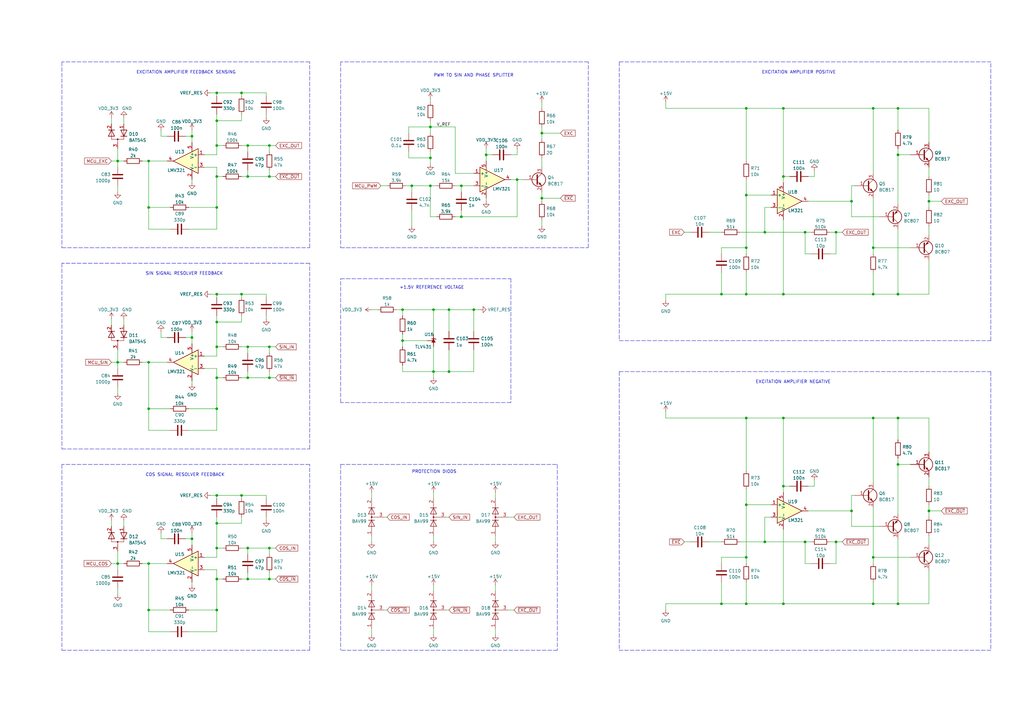
<source format=kicad_sch>
(kicad_sch (version 20211123) (generator eeschema)
  (paper "A3")
  (junction (at 78.74 55.88))
  (junction (at 306.07 247.65))
  (junction (at 99.06 38.1))
  (junction (at 222.25 81.28))
  (junction (at 60.96 167.64))
  (junction (at 88.9 250.19))
  (junction (at 189.23 88.9))
  (junction (at 165.1 139.7))
  (junction (at 212.09 73.66))
  (junction (at 306.07 228.6))
  (junction (at 330.2 95.25))
  (junction (at 321.31 171.45))
  (junction (at 321.31 120.65))
  (junction (at 313.69 222.25))
  (junction (at 368.3 44.45))
  (junction (at 342.9 95.25))
  (junction (at 358.14 247.65))
  (junction (at 358.14 44.45))
  (junction (at 199.39 63.5))
  (junction (at 295.91 247.65))
  (junction (at 368.3 247.65))
  (junction (at 60.96 85.09))
  (junction (at 368.3 190.5))
  (junction (at 101.6 224.79))
  (junction (at 306.07 171.45))
  (junction (at 110.49 154.94))
  (junction (at 306.07 120.65))
  (junction (at 306.07 80.01))
  (junction (at 78.74 138.43))
  (junction (at 165.1 127))
  (junction (at 176.53 52.07))
  (junction (at 110.49 72.39))
  (junction (at 110.49 237.49))
  (junction (at 321.31 199.39))
  (junction (at 88.9 203.2))
  (junction (at 184.15 127))
  (junction (at 101.6 72.39))
  (junction (at 60.96 148.59))
  (junction (at 381 82.55))
  (junction (at 313.69 95.25))
  (junction (at 368.3 63.5))
  (junction (at 48.26 66.04))
  (junction (at 194.31 127))
  (junction (at 358.14 228.6))
  (junction (at 110.49 59.69))
  (junction (at 78.74 220.98))
  (junction (at 60.96 250.19))
  (junction (at 358.14 101.6))
  (junction (at 321.31 44.45))
  (junction (at 184.15 152.4))
  (junction (at 88.9 154.94))
  (junction (at 48.26 231.14))
  (junction (at 99.06 203.2))
  (junction (at 358.14 120.65))
  (junction (at 110.49 224.79))
  (junction (at 306.07 44.45))
  (junction (at 168.91 76.2))
  (junction (at 88.9 167.64))
  (junction (at 60.96 231.14))
  (junction (at 101.6 237.49))
  (junction (at 88.9 224.79))
  (junction (at 99.06 120.65))
  (junction (at 176.53 64.77))
  (junction (at 368.3 120.65))
  (junction (at 88.9 59.69))
  (junction (at 358.14 171.45))
  (junction (at 342.9 222.25))
  (junction (at 321.31 247.65))
  (junction (at 88.9 237.49))
  (junction (at 349.25 82.55))
  (junction (at 88.9 72.39))
  (junction (at 176.53 76.2))
  (junction (at 48.26 148.59))
  (junction (at 110.49 142.24))
  (junction (at 189.23 76.2))
  (junction (at 177.8 127))
  (junction (at 349.25 209.55))
  (junction (at 88.9 214.63))
  (junction (at 88.9 132.08))
  (junction (at 88.9 38.1))
  (junction (at 306.07 207.01))
  (junction (at 381 209.55))
  (junction (at 368.3 171.45))
  (junction (at 88.9 142.24))
  (junction (at 101.6 154.94))
  (junction (at 177.8 152.4))
  (junction (at 101.6 142.24))
  (junction (at 88.9 49.53))
  (junction (at 88.9 85.09))
  (junction (at 306.07 101.6))
  (junction (at 101.6 59.69))
  (junction (at 330.2 222.25))
  (junction (at 295.91 120.65))
  (junction (at 321.31 72.39))
  (junction (at 88.9 120.65))
  (junction (at 60.96 66.04))
  (junction (at 222.25 54.61))
  (wire (pts (xy 177.8 152.4) (xy 177.8 154.94)))
  (wire (pts (xy 88.9 120.65) (xy 99.06 120.65)))
  (wire (pts (xy 176.53 88.9) (xy 179.07 88.9)))
  (wire (pts (xy 60.96 93.98) (xy 60.96 85.09)))
  (polyline (pts (xy 127 25.4) (xy 25.4 25.4)))
  (wire (pts (xy 273.05 120.65) (xy 295.91 120.65)))
  (wire (pts (xy 321.31 44.45) (xy 321.31 72.39)))
  (wire (pts (xy 381 233.68) (xy 381 247.65)))
  (wire (pts (xy 306.07 44.45) (xy 306.07 66.04)))
  (wire (pts (xy 165.1 127) (xy 165.1 129.54)))
  (wire (pts (xy 113.03 59.69) (xy 110.49 59.69)))
  (wire (pts (xy 101.6 142.24) (xy 110.49 142.24)))
  (wire (pts (xy 48.26 60.96) (xy 48.26 66.04)))
  (wire (pts (xy 212.09 73.66) (xy 209.55 73.66)))
  (wire (pts (xy 101.6 59.69) (xy 101.6 62.23)))
  (wire (pts (xy 358.14 44.45) (xy 368.3 44.45)))
  (wire (pts (xy 66.04 55.88) (xy 68.58 55.88)))
  (wire (pts (xy 165.1 149.86) (xy 165.1 152.4)))
  (wire (pts (xy 280.67 95.25) (xy 283.21 95.25)))
  (wire (pts (xy 381 219.71) (xy 381 223.52)))
  (wire (pts (xy 176.53 88.9) (xy 176.53 76.2)))
  (polyline (pts (xy 254 139.7) (xy 406.4 139.7)))
  (polyline (pts (xy 139.7 114.3) (xy 209.55 114.3)))
  (wire (pts (xy 83.82 63.5) (xy 88.9 63.5)))
  (wire (pts (xy 60.96 250.19) (xy 60.96 231.14)))
  (wire (pts (xy 101.6 72.39) (xy 110.49 72.39)))
  (wire (pts (xy 342.9 104.14) (xy 342.9 95.25)))
  (wire (pts (xy 168.91 76.2) (xy 168.91 78.74)))
  (wire (pts (xy 330.2 104.14) (xy 332.74 104.14)))
  (wire (pts (xy 69.85 176.53) (xy 60.96 176.53)))
  (wire (pts (xy 110.49 59.69) (xy 110.49 62.23)))
  (wire (pts (xy 177.8 127) (xy 177.8 137.16)))
  (polyline (pts (xy 228.6 266.7) (xy 139.7 266.7)))
  (wire (pts (xy 306.07 207.01) (xy 306.07 228.6)))
  (wire (pts (xy 91.44 72.39) (xy 88.9 72.39)))
  (wire (pts (xy 78.74 238.76) (xy 78.74 240.03)))
  (wire (pts (xy 358.14 228.6) (xy 358.14 231.14)))
  (wire (pts (xy 88.9 49.53) (xy 88.9 59.69)))
  (wire (pts (xy 165.1 139.7) (xy 175.26 139.7)))
  (wire (pts (xy 88.9 132.08) (xy 88.9 142.24)))
  (wire (pts (xy 194.31 152.4) (xy 184.15 152.4)))
  (wire (pts (xy 78.74 55.88) (xy 76.2 55.88)))
  (wire (pts (xy 88.9 46.99) (xy 88.9 49.53)))
  (wire (pts (xy 199.39 66.04) (xy 199.39 63.5)))
  (wire (pts (xy 184.15 152.4) (xy 177.8 152.4)))
  (wire (pts (xy 186.69 76.2) (xy 189.23 76.2)))
  (wire (pts (xy 88.9 214.63) (xy 99.06 214.63)))
  (wire (pts (xy 99.06 142.24) (xy 101.6 142.24)))
  (wire (pts (xy 88.9 93.98) (xy 88.9 85.09)))
  (wire (pts (xy 334.01 72.39) (xy 331.47 72.39)))
  (wire (pts (xy 321.31 44.45) (xy 358.14 44.45)))
  (wire (pts (xy 77.47 259.08) (xy 88.9 259.08)))
  (wire (pts (xy 66.04 53.34) (xy 66.04 55.88)))
  (wire (pts (xy 222.25 52.07) (xy 222.25 54.61)))
  (wire (pts (xy 222.25 54.61) (xy 229.87 54.61)))
  (wire (pts (xy 331.47 82.55) (xy 349.25 82.55)))
  (wire (pts (xy 222.25 81.28) (xy 229.87 81.28)))
  (wire (pts (xy 99.06 212.09) (xy 99.06 214.63)))
  (wire (pts (xy 349.25 203.2) (xy 349.25 209.55)))
  (wire (pts (xy 273.05 247.65) (xy 273.05 250.19)))
  (wire (pts (xy 88.9 63.5) (xy 88.9 59.69)))
  (wire (pts (xy 113.03 142.24) (xy 110.49 142.24)))
  (wire (pts (xy 331.47 209.55) (xy 349.25 209.55)))
  (wire (pts (xy 358.14 171.45) (xy 368.3 171.45)))
  (wire (pts (xy 99.06 72.39) (xy 101.6 72.39)))
  (wire (pts (xy 368.3 171.45) (xy 381 171.45)))
  (polyline (pts (xy 254 152.4) (xy 254 266.7)))
  (wire (pts (xy 86.36 120.65) (xy 88.9 120.65)))
  (wire (pts (xy 186.69 71.12) (xy 194.31 71.12)))
  (wire (pts (xy 88.9 59.69) (xy 91.44 59.69)))
  (wire (pts (xy 342.9 95.25) (xy 345.44 95.25)))
  (wire (pts (xy 162.56 127) (xy 165.1 127)))
  (wire (pts (xy 78.74 53.34) (xy 78.74 55.88)))
  (wire (pts (xy 290.83 222.25) (xy 295.91 222.25)))
  (wire (pts (xy 101.6 142.24) (xy 101.6 144.78)))
  (wire (pts (xy 78.74 73.66) (xy 78.74 74.93)))
  (wire (pts (xy 189.23 76.2) (xy 194.31 76.2)))
  (wire (pts (xy 45.72 213.36) (xy 45.72 215.9)))
  (wire (pts (xy 189.23 88.9) (xy 186.69 88.9)))
  (wire (pts (xy 330.2 95.25) (xy 332.74 95.25)))
  (wire (pts (xy 86.36 203.2) (xy 88.9 203.2)))
  (polyline (pts (xy 139.7 101.6) (xy 241.3 101.6)))
  (wire (pts (xy 48.26 143.51) (xy 48.26 148.59)))
  (polyline (pts (xy 127 107.95) (xy 25.4 107.95)))
  (wire (pts (xy 176.53 76.2) (xy 179.07 76.2)))
  (wire (pts (xy 78.74 156.21) (xy 78.74 157.48)))
  (wire (pts (xy 157.48 212.09) (xy 158.75 212.09)))
  (polyline (pts (xy 139.7 190.5) (xy 139.7 266.7)))
  (wire (pts (xy 66.04 218.44) (xy 66.04 220.98)))
  (wire (pts (xy 77.47 85.09) (xy 88.9 85.09)))
  (polyline (pts (xy 254 25.4) (xy 254 139.7)))
  (wire (pts (xy 109.22 129.54) (xy 109.22 130.81)))
  (wire (pts (xy 88.9 132.08) (xy 99.06 132.08)))
  (wire (pts (xy 152.4 127) (xy 154.94 127)))
  (wire (pts (xy 360.68 215.9) (xy 349.25 215.9)))
  (wire (pts (xy 99.06 59.69) (xy 101.6 59.69)))
  (wire (pts (xy 313.69 212.09) (xy 313.69 222.25)))
  (wire (pts (xy 321.31 171.45) (xy 358.14 171.45)))
  (wire (pts (xy 199.39 63.5) (xy 201.93 63.5)))
  (wire (pts (xy 176.53 52.07) (xy 186.69 52.07)))
  (wire (pts (xy 48.26 148.59) (xy 45.72 148.59)))
  (wire (pts (xy 77.47 93.98) (xy 88.9 93.98)))
  (polyline (pts (xy 406.4 266.7) (xy 254 266.7)))
  (wire (pts (xy 222.25 64.77) (xy 222.25 68.58)))
  (polyline (pts (xy 25.4 25.4) (xy 25.4 101.6)))
  (wire (pts (xy 330.2 231.14) (xy 332.74 231.14)))
  (wire (pts (xy 303.53 222.25) (xy 313.69 222.25)))
  (wire (pts (xy 48.26 241.3) (xy 48.26 243.84)))
  (wire (pts (xy 152.4 240.03) (xy 152.4 242.57)))
  (wire (pts (xy 334.01 199.39) (xy 331.47 199.39)))
  (wire (pts (xy 66.04 138.43) (xy 68.58 138.43)))
  (wire (pts (xy 381 106.68) (xy 381 120.65)))
  (wire (pts (xy 69.85 259.08) (xy 60.96 259.08)))
  (wire (pts (xy 165.1 152.4) (xy 177.8 152.4)))
  (wire (pts (xy 194.31 127) (xy 194.31 135.89)))
  (wire (pts (xy 50.8 148.59) (xy 48.26 148.59)))
  (wire (pts (xy 86.36 38.1) (xy 88.9 38.1)))
  (wire (pts (xy 88.9 250.19) (xy 88.9 237.49)))
  (wire (pts (xy 152.4 257.81) (xy 152.4 260.35)))
  (wire (pts (xy 83.82 146.05) (xy 88.9 146.05)))
  (wire (pts (xy 330.2 222.25) (xy 332.74 222.25)))
  (wire (pts (xy 358.14 101.6) (xy 358.14 104.14)))
  (wire (pts (xy 184.15 127) (xy 194.31 127)))
  (wire (pts (xy 88.9 167.64) (xy 88.9 154.94)))
  (wire (pts (xy 60.96 66.04) (xy 68.58 66.04)))
  (wire (pts (xy 306.07 80.01) (xy 306.07 101.6)))
  (wire (pts (xy 368.3 171.45) (xy 368.3 180.34)))
  (wire (pts (xy 50.8 130.81) (xy 50.8 133.35)))
  (polyline (pts (xy 139.7 165.1) (xy 139.7 114.3)))
  (wire (pts (xy 222.25 78.74) (xy 222.25 81.28)))
  (wire (pts (xy 222.25 54.61) (xy 222.25 57.15)))
  (wire (pts (xy 321.31 217.17) (xy 321.31 247.65)))
  (wire (pts (xy 349.25 76.2) (xy 349.25 82.55)))
  (wire (pts (xy 321.31 171.45) (xy 321.31 199.39)))
  (wire (pts (xy 167.64 62.23) (xy 167.64 64.77)))
  (wire (pts (xy 203.2 219.71) (xy 203.2 222.25)))
  (wire (pts (xy 381 80.01) (xy 381 82.55)))
  (wire (pts (xy 60.96 259.08) (xy 60.96 250.19)))
  (wire (pts (xy 69.85 85.09) (xy 60.96 85.09)))
  (wire (pts (xy 88.9 214.63) (xy 88.9 224.79)))
  (wire (pts (xy 381 44.45) (xy 381 58.42)))
  (wire (pts (xy 66.04 220.98) (xy 68.58 220.98)))
  (wire (pts (xy 48.26 158.75) (xy 48.26 161.29)))
  (wire (pts (xy 358.14 111.76) (xy 358.14 120.65)))
  (wire (pts (xy 88.9 85.09) (xy 88.9 72.39)))
  (wire (pts (xy 177.8 142.24) (xy 177.8 152.4)))
  (wire (pts (xy 295.91 120.65) (xy 306.07 120.65)))
  (wire (pts (xy 88.9 142.24) (xy 91.44 142.24)))
  (wire (pts (xy 101.6 224.79) (xy 110.49 224.79)))
  (wire (pts (xy 222.25 41.91) (xy 222.25 44.45)))
  (wire (pts (xy 313.69 222.25) (xy 330.2 222.25)))
  (polyline (pts (xy 406.4 152.4) (xy 406.4 266.7)))
  (wire (pts (xy 381 195.58) (xy 381 199.39)))
  (wire (pts (xy 330.2 222.25) (xy 330.2 231.14)))
  (wire (pts (xy 48.26 76.2) (xy 48.26 78.74)))
  (wire (pts (xy 60.96 167.64) (xy 60.96 148.59)))
  (wire (pts (xy 88.9 49.53) (xy 99.06 49.53)))
  (wire (pts (xy 48.26 148.59) (xy 48.26 151.13)))
  (wire (pts (xy 109.22 212.09) (xy 109.22 213.36)))
  (wire (pts (xy 349.25 203.2) (xy 350.52 203.2)))
  (wire (pts (xy 152.4 201.93) (xy 152.4 204.47)))
  (wire (pts (xy 303.53 95.25) (xy 313.69 95.25)))
  (wire (pts (xy 368.3 247.65) (xy 381 247.65)))
  (wire (pts (xy 78.74 223.52) (xy 78.74 220.98)))
  (wire (pts (xy 176.53 64.77) (xy 176.53 62.23)))
  (wire (pts (xy 340.36 104.14) (xy 342.9 104.14)))
  (polyline (pts (xy 25.4 190.5) (xy 25.4 266.7)))
  (wire (pts (xy 110.49 234.95) (xy 110.49 237.49)))
  (wire (pts (xy 381 207.01) (xy 381 209.55)))
  (polyline (pts (xy 209.55 165.1) (xy 139.7 165.1)))
  (wire (pts (xy 66.04 135.89) (xy 66.04 138.43)))
  (wire (pts (xy 109.22 120.65) (xy 99.06 120.65)))
  (wire (pts (xy 88.9 129.54) (xy 88.9 132.08)))
  (wire (pts (xy 167.64 64.77) (xy 176.53 64.77)))
  (wire (pts (xy 88.9 176.53) (xy 88.9 167.64)))
  (wire (pts (xy 88.9 68.58) (xy 83.82 68.58)))
  (wire (pts (xy 110.49 69.85) (xy 110.49 72.39)))
  (wire (pts (xy 349.25 76.2) (xy 350.52 76.2)))
  (wire (pts (xy 306.07 207.01) (xy 316.23 207.01)))
  (wire (pts (xy 358.14 44.45) (xy 358.14 71.12)))
  (wire (pts (xy 321.31 90.17) (xy 321.31 120.65)))
  (polyline (pts (xy 139.7 190.5) (xy 228.6 190.5)))
  (wire (pts (xy 342.9 222.25) (xy 345.44 222.25)))
  (wire (pts (xy 77.47 250.19) (xy 88.9 250.19)))
  (wire (pts (xy 368.3 44.45) (xy 381 44.45)))
  (wire (pts (xy 358.14 120.65) (xy 368.3 120.65)))
  (wire (pts (xy 176.53 52.07) (xy 176.53 54.61)))
  (wire (pts (xy 316.23 212.09) (xy 313.69 212.09)))
  (wire (pts (xy 186.69 52.07) (xy 186.69 71.12)))
  (wire (pts (xy 321.31 72.39) (xy 321.31 74.93)))
  (wire (pts (xy 212.09 73.66) (xy 214.63 73.66)))
  (wire (pts (xy 50.8 213.36) (xy 50.8 215.9)))
  (wire (pts (xy 177.8 201.93) (xy 177.8 204.47)))
  (wire (pts (xy 313.69 95.25) (xy 330.2 95.25)))
  (wire (pts (xy 88.9 146.05) (xy 88.9 142.24)))
  (wire (pts (xy 109.22 46.99) (xy 109.22 48.26)))
  (wire (pts (xy 109.22 203.2) (xy 99.06 203.2)))
  (wire (pts (xy 349.25 209.55) (xy 349.25 215.9)))
  (wire (pts (xy 295.91 228.6) (xy 306.07 228.6)))
  (wire (pts (xy 177.8 127) (xy 184.15 127)))
  (wire (pts (xy 45.72 48.26) (xy 45.72 50.8)))
  (wire (pts (xy 330.2 95.25) (xy 330.2 104.14)))
  (wire (pts (xy 177.8 257.81) (xy 177.8 260.35)))
  (wire (pts (xy 368.3 190.5) (xy 368.3 210.82)))
  (wire (pts (xy 199.39 81.28) (xy 199.39 82.55)))
  (wire (pts (xy 358.14 228.6) (xy 373.38 228.6)))
  (wire (pts (xy 99.06 129.54) (xy 99.06 132.08)))
  (polyline (pts (xy 406.4 139.7) (xy 406.4 25.4)))
  (wire (pts (xy 306.07 228.6) (xy 306.07 231.14)))
  (wire (pts (xy 208.28 212.09) (xy 210.82 212.09)))
  (wire (pts (xy 368.3 120.65) (xy 381 120.65)))
  (wire (pts (xy 101.6 237.49) (xy 110.49 237.49)))
  (polyline (pts (xy 25.4 101.6) (xy 127 101.6)))
  (wire (pts (xy 83.82 228.6) (xy 88.9 228.6)))
  (wire (pts (xy 189.23 86.36) (xy 189.23 88.9)))
  (wire (pts (xy 176.53 67.31) (xy 176.53 64.77)))
  (wire (pts (xy 368.3 53.34) (xy 368.3 44.45)))
  (wire (pts (xy 50.8 231.14) (xy 48.26 231.14)))
  (wire (pts (xy 321.31 247.65) (xy 358.14 247.65)))
  (wire (pts (xy 165.1 137.16) (xy 165.1 139.7)))
  (wire (pts (xy 368.3 63.5) (xy 368.3 83.82)))
  (wire (pts (xy 165.1 139.7) (xy 165.1 142.24)))
  (wire (pts (xy 208.28 250.19) (xy 210.82 250.19)))
  (wire (pts (xy 194.31 143.51) (xy 194.31 152.4)))
  (wire (pts (xy 99.06 224.79) (xy 101.6 224.79)))
  (wire (pts (xy 306.07 111.76) (xy 306.07 120.65)))
  (wire (pts (xy 45.72 130.81) (xy 45.72 133.35)))
  (wire (pts (xy 189.23 88.9) (xy 212.09 88.9)))
  (wire (pts (xy 368.3 187.96) (xy 368.3 190.5)))
  (wire (pts (xy 381 171.45) (xy 381 185.42)))
  (wire (pts (xy 184.15 127) (xy 184.15 135.89)))
  (wire (pts (xy 77.47 167.64) (xy 88.9 167.64)))
  (wire (pts (xy 110.49 224.79) (xy 110.49 227.33)))
  (wire (pts (xy 50.8 48.26) (xy 50.8 50.8)))
  (wire (pts (xy 69.85 250.19) (xy 60.96 250.19)))
  (wire (pts (xy 88.9 259.08) (xy 88.9 250.19)))
  (wire (pts (xy 340.36 95.25) (xy 342.9 95.25)))
  (wire (pts (xy 167.64 54.61) (xy 167.64 52.07)))
  (wire (pts (xy 222.25 81.28) (xy 222.25 82.55)))
  (wire (pts (xy 358.14 247.65) (xy 368.3 247.65)))
  (wire (pts (xy 313.69 85.09) (xy 313.69 95.25)))
  (wire (pts (xy 101.6 152.4) (xy 101.6 154.94)))
  (wire (pts (xy 165.1 127) (xy 177.8 127)))
  (wire (pts (xy 48.26 231.14) (xy 48.26 233.68)))
  (wire (pts (xy 368.3 190.5) (xy 373.38 190.5)))
  (wire (pts (xy 60.96 231.14) (xy 68.58 231.14)))
  (wire (pts (xy 78.74 220.98) (xy 76.2 220.98)))
  (wire (pts (xy 340.36 222.25) (xy 342.9 222.25)))
  (wire (pts (xy 101.6 224.79) (xy 101.6 227.33)))
  (wire (pts (xy 273.05 120.65) (xy 273.05 123.19)))
  (wire (pts (xy 368.3 93.98) (xy 368.3 120.65)))
  (wire (pts (xy 306.07 80.01) (xy 316.23 80.01)))
  (wire (pts (xy 69.85 167.64) (xy 60.96 167.64)))
  (wire (pts (xy 60.96 66.04) (xy 58.42 66.04)))
  (wire (pts (xy 88.9 39.37) (xy 88.9 38.1)))
  (wire (pts (xy 50.8 66.04) (xy 48.26 66.04)))
  (wire (pts (xy 273.05 171.45) (xy 306.07 171.45)))
  (wire (pts (xy 60.96 85.09) (xy 60.96 66.04)))
  (wire (pts (xy 349.25 82.55) (xy 349.25 88.9)))
  (wire (pts (xy 166.37 76.2) (xy 168.91 76.2)))
  (wire (pts (xy 177.8 219.71) (xy 177.8 222.25)))
  (polyline (pts (xy 139.7 25.4) (xy 139.7 101.6)))
  (wire (pts (xy 273.05 168.91) (xy 273.05 171.45)))
  (wire (pts (xy 101.6 59.69) (xy 110.49 59.69)))
  (wire (pts (xy 358.14 208.28) (xy 358.14 228.6)))
  (wire (pts (xy 99.06 38.1) (xy 99.06 39.37)))
  (wire (pts (xy 295.91 238.76) (xy 295.91 247.65)))
  (wire (pts (xy 109.22 38.1) (xy 99.06 38.1)))
  (wire (pts (xy 88.9 237.49) (xy 88.9 233.68)))
  (wire (pts (xy 113.03 224.79) (xy 110.49 224.79)))
  (wire (pts (xy 334.01 196.85) (xy 334.01 199.39)))
  (wire (pts (xy 306.07 73.66) (xy 306.07 80.01)))
  (wire (pts (xy 358.14 101.6) (xy 373.38 101.6)))
  (wire (pts (xy 199.39 60.96) (xy 199.39 63.5)))
  (polyline (pts (xy 127 190.5) (xy 25.4 190.5)))
  (wire (pts (xy 306.07 200.66) (xy 306.07 207.01)))
  (wire (pts (xy 101.6 69.85) (xy 101.6 72.39)))
  (wire (pts (xy 176.53 40.64) (xy 176.53 41.91)))
  (wire (pts (xy 295.91 231.14) (xy 295.91 228.6)))
  (wire (pts (xy 212.09 63.5) (xy 209.55 63.5)))
  (wire (pts (xy 110.49 142.24) (xy 110.49 144.78)))
  (polyline (pts (xy 228.6 190.5) (xy 228.6 266.7)))
  (wire (pts (xy 273.05 247.65) (xy 295.91 247.65)))
  (wire (pts (xy 295.91 101.6) (xy 306.07 101.6)))
  (wire (pts (xy 295.91 111.76) (xy 295.91 120.65)))
  (polyline (pts (xy 254 152.4) (xy 406.4 152.4)))
  (wire (pts (xy 60.96 148.59) (xy 58.42 148.59)))
  (wire (pts (xy 358.14 81.28) (xy 358.14 101.6)))
  (polyline (pts (xy 241.3 101.6) (xy 241.3 25.4)))
  (wire (pts (xy 321.31 120.65) (xy 358.14 120.65)))
  (wire (pts (xy 101.6 234.95) (xy 101.6 237.49)))
  (wire (pts (xy 99.06 203.2) (xy 99.06 204.47)))
  (wire (pts (xy 184.15 143.51) (xy 184.15 152.4)))
  (wire (pts (xy 113.03 72.39) (xy 110.49 72.39)))
  (wire (pts (xy 176.53 52.07) (xy 176.53 49.53)))
  (wire (pts (xy 88.9 233.68) (xy 83.82 233.68)))
  (wire (pts (xy 273.05 41.91) (xy 273.05 44.45)))
  (wire (pts (xy 60.96 148.59) (xy 68.58 148.59)))
  (wire (pts (xy 381 82.55) (xy 381 85.09)))
  (wire (pts (xy 99.06 237.49) (xy 101.6 237.49)))
  (wire (pts (xy 360.68 88.9) (xy 349.25 88.9)))
  (wire (pts (xy 48.26 231.14) (xy 45.72 231.14)))
  (polyline (pts (xy 127 101.6) (xy 127 25.4)))
  (wire (pts (xy 381 82.55) (xy 386.08 82.55)))
  (wire (pts (xy 69.85 93.98) (xy 60.96 93.98)))
  (wire (pts (xy 91.44 154.94) (xy 88.9 154.94)))
  (wire (pts (xy 60.96 176.53) (xy 60.96 167.64)))
  (wire (pts (xy 182.88 250.19) (xy 184.15 250.19)))
  (wire (pts (xy 295.91 247.65) (xy 306.07 247.65)))
  (wire (pts (xy 182.88 212.09) (xy 184.15 212.09)))
  (wire (pts (xy 316.23 85.09) (xy 313.69 85.09)))
  (wire (pts (xy 78.74 140.97) (xy 78.74 138.43)))
  (wire (pts (xy 152.4 219.71) (xy 152.4 222.25)))
  (wire (pts (xy 212.09 60.96) (xy 212.09 63.5)))
  (wire (pts (xy 113.03 154.94) (xy 110.49 154.94)))
  (wire (pts (xy 290.83 95.25) (xy 295.91 95.25)))
  (wire (pts (xy 381 68.58) (xy 381 72.39)))
  (wire (pts (xy 203.2 257.81) (xy 203.2 260.35)))
  (wire (pts (xy 88.9 154.94) (xy 88.9 151.13)))
  (wire (pts (xy 99.06 120.65) (xy 99.06 121.92)))
  (wire (pts (xy 306.07 101.6) (xy 306.07 104.14)))
  (polyline (pts (xy 241.3 25.4) (xy 139.7 25.4)))
  (wire (pts (xy 88.9 228.6) (xy 88.9 224.79)))
  (wire (pts (xy 88.9 224.79) (xy 91.44 224.79)))
  (polyline (pts (xy 25.4 266.7) (xy 127 266.7)))
  (wire (pts (xy 109.22 39.37) (xy 109.22 38.1)))
  (polyline (pts (xy 254 25.4) (xy 406.4 25.4)))
  (wire (pts (xy 306.07 44.45) (xy 321.31 44.45)))
  (wire (pts (xy 48.26 66.04) (xy 48.26 68.58)))
  (wire (pts (xy 358.14 171.45) (xy 358.14 198.12)))
  (polyline (pts (xy 127 266.7) (xy 127 190.5)))
  (wire (pts (xy 109.22 204.47) (xy 109.22 203.2)))
  (wire (pts (xy 177.8 240.03) (xy 177.8 242.57)))
  (wire (pts (xy 88.9 212.09) (xy 88.9 214.63)))
  (wire (pts (xy 168.91 86.36) (xy 168.91 92.71)))
  (wire (pts (xy 334.01 69.85) (xy 334.01 72.39)))
  (polyline (pts (xy 25.4 184.15) (xy 127 184.15)))
  (wire (pts (xy 78.74 58.42) (xy 78.74 55.88)))
  (polyline (pts (xy 127 184.15) (xy 127 107.95)))
  (wire (pts (xy 295.91 104.14) (xy 295.91 101.6)))
  (wire (pts (xy 110.49 152.4) (xy 110.49 154.94)))
  (wire (pts (xy 368.3 220.98) (xy 368.3 247.65)))
  (wire (pts (xy 381 92.71) (xy 381 96.52)))
  (wire (pts (xy 88.9 204.47) (xy 88.9 203.2)))
  (wire (pts (xy 78.74 138.43) (xy 76.2 138.43)))
  (wire (pts (xy 88.9 72.39) (xy 88.9 68.58)))
  (wire (pts (xy 99.06 154.94) (xy 101.6 154.94)))
  (wire (pts (xy 273.05 44.45) (xy 306.07 44.45)))
  (wire (pts (xy 321.31 199.39) (xy 323.85 199.39)))
  (wire (pts (xy 368.3 60.96) (xy 368.3 63.5)))
  (wire (pts (xy 368.3 63.5) (xy 373.38 63.5)))
  (wire (pts (xy 60.96 231.14) (xy 58.42 231.14)))
  (wire (pts (xy 109.22 121.92) (xy 109.22 120.65)))
  (wire (pts (xy 358.14 238.76) (xy 358.14 247.65)))
  (wire (pts (xy 342.9 231.14) (xy 342.9 222.25)))
  (wire (pts (xy 78.74 135.89) (xy 78.74 138.43)))
  (wire (pts (xy 156.21 76.2) (xy 158.75 76.2)))
  (wire (pts (xy 88.9 203.2) (xy 99.06 203.2)))
  (wire (pts (xy 306.07 238.76) (xy 306.07 247.65)))
  (wire (pts (xy 88.9 121.92) (xy 88.9 120.65)))
  (wire (pts (xy 222.25 90.17) (xy 222.25 92.71)))
  (wire (pts (xy 88.9 151.13) (xy 83.82 151.13)))
  (wire (pts (xy 168.91 76.2) (xy 176.53 76.2)))
  (wire (pts (xy 78.74 218.44) (xy 78.74 220.98)))
  (polyline (pts (xy 25.4 107.95) (xy 25.4 184.15)))
  (wire (pts (xy 91.44 237.49) (xy 88.9 237.49)))
  (polyline (pts (xy 209.55 114.3) (xy 209.55 165.1)))
  (wire (pts (xy 167.64 52.07) (xy 176.53 52.07)))
  (wire (pts (xy 99.06 46.99) (xy 99.06 49.53)))
  (wire (pts (xy 212.09 88.9) (xy 212.09 73.66)))
  (wire (pts (xy 280.67 222.25) (xy 283.21 222.25)))
  (wire (pts (xy 306.07 193.04) (xy 306.07 171.45)))
  (wire (pts (xy 77.47 176.53) (xy 88.9 176.53)))
  (wire (pts (xy 48.26 66.04) (xy 45.72 66.04)))
  (wire (pts (xy 321.31 72.39) (xy 323.85 72.39)))
  (wire (pts (xy 340.36 231.14) (xy 342.9 231.14)))
  (wire (pts (xy 189.23 76.2) (xy 189.23 78.74)))
  (wire (pts (xy 194.31 127) (xy 196.85 127)))
  (wire (pts (xy 306.07 247.65) (xy 321.31 247.65)))
  (wire (pts (xy 203.2 240.03) (xy 203.2 242.57)))
  (wire (pts (xy 157.48 250.19) (xy 158.75 250.19)))
  (wire (pts (xy 381 209.55) (xy 381 212.09)))
  (wire (pts (xy 88.9 38.1) (xy 99.06 38.1)))
  (wire (pts (xy 306.07 120.65) (xy 321.31 120.65)))
  (wire (pts (xy 306.07 171.45) (xy 321.31 171.45)))
  (wire (pts (xy 203.2 201.93) (xy 203.2 204.47)))
  (wire (pts (xy 101.6 154.94) (xy 110.49 154.94)))
  (wire (pts (xy 113.03 237.49) (xy 110.49 237.49)))
  (wire (pts (xy 48.26 226.06) (xy 48.26 231.14)))
  (wire (pts (xy 381 209.55) (xy 386.08 209.55)))
  (wire (pts (xy 321.31 199.39) (xy 321.31 201.93)))
  (text "+1.5V REFERENCE VOLTAGE\n" (at 163.83 118.745 0) (effects (font (size 1.27 1.27)) (justify left bottom)))
  (text "EXCITATION AMPLIFIER POSITIVE" (at 312.42 30.48 0) (effects (font (size 1.27 1.27)) (justify left bottom)))
  (text "COS SIGNAL RESOLVER FEEDBACK" (at 59.69 195.58 0) (effects (font (size 1.27 1.27)) (justify left bottom)))
  (text "EXCITATION AMPLIFIER FEEDBACK SENSING" (at 55.88 30.48 0) (effects (font (size 1.27 1.27)) (justify left bottom)))
  (text "SIN SIGNAL RESOLVER FEEDBACK" (at 59.69 113.03 0) (effects (font (size 1.27 1.27)) (justify left bottom)))
  (text "EXCITATION AMPLIFIER NEGATIVE" (at 309.88 157.48 0) (effects (font (size 1.27 1.27)) (justify left bottom)))
  (text "PROTECTION DIODS" (at 168.91 194.31 0) (effects (font (size 1.27 1.27)) (justify left bottom)))
  (text "PWM TO SIN AND PHASE SPLITTER" (at 177.8 31.75 0) (effects (font (size 1.27 1.27)) (justify left bottom)))
  (label "V_REF" (at 179.07 52.07 0))
  (global_label "COS_IN" (shape input) (at 113.03 224.79 0) (property "Intersheet References" "${INTERSHEET_REFS}" (effects hide)))
  (global_label "MCU_EXC" (shape input) (at 45.72 66.04 180) (property "Intersheet References" "${INTERSHEET_REFS}" (effects hide)))
  (global_label "MCU_SIN" (shape input) (at 45.72 148.59 180) (property "Intersheet References" "${INTERSHEET_REFS}" (effects hide)))
  (global_label "~{EXC_OUT}" (shape input) (at 210.82 250.19 0) (property "Intersheet References" "${INTERSHEET_REFS}" (effects hide)))
  (global_label "~{EXC_OUT}" (shape input) (at 345.44 222.25 0) (property "Intersheet References" "${INTERSHEET_REFS}" (effects hide)))
  (global_label "EXC_OUT" (shape input) (at 386.08 82.55 0) (property "Intersheet References" "${INTERSHEET_REFS}" (effects hide)))
  (global_label "~{SIN_IN}" (shape input) (at 113.03 154.94 0) (property "Intersheet References" "${INTERSHEET_REFS}" (effects hide)))
  (global_label "EXC_OUT" (shape input) (at 345.44 95.25 0) (property "Intersheet References" "${INTERSHEET_REFS}" (effects hide)))
  (global_label "~{EXC}" (shape input) (at 229.87 81.28 0) (property "Intersheet References" "${INTERSHEET_REFS}" (effects hide)))
  (global_label "~{SIN_IN}" (shape input) (at 184.15 250.19 0) (property "Intersheet References" "${INTERSHEET_REFS}" (effects hide)))
  (global_label "SIN_IN" (shape input) (at 113.03 142.24 0) (property "Intersheet References" "${INTERSHEET_REFS}" (effects hide)))
  (global_label "EXC_OUT" (shape input) (at 210.82 212.09 0) (property "Intersheet References" "${INTERSHEET_REFS}" (effects hide)))
  (global_label "MCU_COS" (shape input) (at 45.72 231.14 180) (property "Intersheet References" "${INTERSHEET_REFS}" (effects hide)))
  (global_label "COS_IN" (shape input) (at 158.75 212.09 0) (property "Intersheet References" "${INTERSHEET_REFS}" (effects hide)))
  (global_label "MCU_PWM" (shape input) (at 156.21 76.2 180) (property "Intersheet References" "${INTERSHEET_REFS}" (effects hide)))
  (global_label "SIN_IN" (shape input) (at 184.15 212.09 0) (property "Intersheet References" "${INTERSHEET_REFS}" (effects hide)))
  (global_label "~{COS_IN}" (shape input) (at 113.03 237.49 0) (property "Intersheet References" "${INTERSHEET_REFS}" (effects hide)))
  (global_label "EXC" (shape input) (at 229.87 54.61 0) (property "Intersheet References" "${INTERSHEET_REFS}" (effects hide)))
  (global_label "~{EXC_OUT}" (shape input) (at 386.08 209.55 0) (property "Intersheet References" "${INTERSHEET_REFS}" (effects hide)))
  (global_label "~{COS_IN}" (shape input) (at 158.75 250.19 0) (property "Intersheet References" "${INTERSHEET_REFS}" (effects hide)))
  (global_label "EXC_OUT" (shape input) (at 113.03 59.69 0) (property "Intersheet References" "${INTERSHEET_REFS}" (effects hide)))
  (global_label "~{EXC}" (shape input) (at 280.67 222.25 180) (property "Intersheet References" "${INTERSHEET_REFS}" (effects hide)))
  (global_label "~{EXC_OUT}" (shape input) (at 113.03 72.39 0) (property "Intersheet References" "${INTERSHEET_REFS}" (effects hide)))
  (global_label "EXC" (shape input) (at 280.67 95.25 180) (property "Intersheet References" "${INTERSHEET_REFS}" (effects hide)))
  (symbol (lib_id "Device:C") (at 48.26 72.39 0) (mirror x) (unit 1)
    (property "Reference" "C83" (at 45.3391 71.5553 0) (effects (justify right)))
    (property "Value" "1000p" (at 45.3391 74.0922 0) (effects (justify right)))
    (property "Footprint" "Capacitor_SMD:C_0603_1608Metric" (effects hide))
  )
  (symbol (lib_id "Device:C") (at 72.39 55.88 270) (mirror x) (unit 1)
    (property "Reference" "C86" (at 72.39 50.0212 90))
    (property "Value" "100n" (at 72.39 52.5581 90))
    (property "Footprint" "Capacitor_SMD:C_0603_1608Metric" (effects hide))
  )
  (symbol (lib_id "Device:R") (at 54.61 66.04 270) (mirror x) (unit 1)
    (property "Reference" "R40" (at 54.61 61.3242 90))
    (property "Value" "2k" (at 54.61 63.8611 90))
    (property "Footprint" "Resistor_SMD:R_0603_1608Metric" (effects hide))
  )
  (symbol (lib_id "power:GND") (at 273.05 123.19 0) (unit 1)
    (property "Reference" "#PWR0137" (effects hide))
    (property "Value" "GND" (at 273.05 127.6334 0))
  )
  (symbol (lib_id "Device:C") (at 336.55 104.14 90) (unit 1)
    (property "Reference" "C113" (at 336.55 98.2812 90))
    (property "Value" "10p" (at 336.55 100.8181 90))
    (property "Footprint" "Capacitor_SMD:C_0603_1608Metric" (effects hide))
  )
  (symbol (lib_id "Device:C") (at 167.64 58.42 0) (mirror y) (unit 1)
    (property "Reference" "C101" (at 162.56 57.15 0))
    (property "Value" "0.1u" (at 162.56 59.69 0))
    (property "Footprint" "Capacitor_SMD:C_0603_1608Metric" (effects hide))
  )
  (symbol (lib_id "Device:C") (at 101.6 66.04 0) (unit 1)
    (property "Reference" "C95" (at 104.521 65.2053 0) (effects (justify left)))
    (property "Value" "47p" (at 104.521 67.7422 0) (effects (justify left)))
    (property "Footprint" "Capacitor_SMD:C_0603_1608Metric" (effects hide))
  )
  (symbol (lib_id "Device:R") (at 306.07 196.85 0) (unit 1)
    (property "Reference" "R73" (at 307.848 196.0153 0) (effects (justify left)))
    (property "Value" "10k" (at 307.848 198.5522 0) (effects (justify left)))
    (property "Footprint" "Resistor_SMD:R_0603_1608Metric" (effects hide))
  )
  (symbol (lib_id "Device:R") (at 54.61 231.14 270) (mirror x) (unit 1)
    (property "Reference" "R42" (at 54.61 226.4242 90))
    (property "Value" "2k" (at 54.61 228.9611 90))
    (property "Footprint" "Resistor_SMD:R_0603_1608Metric" (effects hide))
  )
  (symbol (lib_id "Device:C") (at 88.9 43.18 0) (unit 1)
    (property "Reference" "C92" (at 91.44 41.91 0) (effects (justify left)))
    (property "Value" "330p" (at 91.44 44.45 0) (effects (justify left)))
    (property "Footprint" "Capacitor_SMD:C_0603_1608Metric" (effects hide))
  )
  (symbol (lib_id "Device:R") (at 110.49 66.04 0) (unit 1)
    (property "Reference" "R55" (at 112.268 65.2053 0) (effects (justify left)))
    (property "Value" "47k" (at 112.268 67.7422 0) (effects (justify left)))
    (property "Footprint" "Resistor_SMD:R_0603_1608Metric" (effects hide))
  )
  (symbol (lib_id "Device:R") (at 110.49 148.59 0) (unit 1)
    (property "Reference" "R56" (at 112.268 147.7553 0) (effects (justify left)))
    (property "Value" "47k" (at 112.268 150.2922 0) (effects (justify left)))
    (property "Footprint" "Resistor_SMD:R_0603_1608Metric" (effects hide))
  )
  (symbol (lib_id "Device:R") (at 95.25 224.79 270) (mirror x) (unit 1)
    (property "Reference" "R50" (at 95.25 220.0742 90))
    (property "Value" "10k" (at 95.25 222.6111 90))
    (property "Footprint" "Resistor_SMD:R_0603_1608Metric" (effects hide))
  )
  (symbol (lib_id "Device:D_Dual_Series_AKC_Parallel") (at 48.26 138.43 90) (unit 1)
    (property "Reference" "D11" (at 52.832 137.5318 90) (effects (justify right)))
    (property "Value" "BAT54S" (at 52.832 140.0687 90) (effects (justify right)))
    (property "Footprint" "Package_TO_SOT_SMD:SOT-23" (effects hide))
  )
  (symbol (lib_id "power:+15V") (at 273.05 168.91 0) (unit 1)
    (property "Reference" "#PWR0138" (effects hide))
    (property "Value" "+15V" (at 273.05 165.3342 0))
  )
  (symbol (lib_id "power:GND") (at 222.25 92.71 0) (unit 1)
    (property "Reference" "#PWR0135" (effects hide))
    (property "Value" "GND" (at 222.25 97.1534 0))
  )
  (symbol (lib_id "Project_Library:VDD_3V3") (at 199.39 60.96 0) (unit 1)
    (property "Reference" "#PWR0127" (effects hide))
    (property "Value" "VDD_3V3" (at 199.39 57.3842 0))
  )
  (symbol (lib_id "Device:C") (at 327.66 72.39 90) (unit 1)
    (property "Reference" "C111" (at 327.66 66.5312 90))
    (property "Value" "100n" (at 327.66 69.0681 90))
    (property "Footprint" "Capacitor_SMD:C_0603_1608Metric" (effects hide))
  )
  (symbol (lib_id "Device:R") (at 306.07 69.85 0) (unit 1)
    (property "Reference" "R71" (at 307.848 69.0153 0) (effects (justify left)))
    (property "Value" "10k" (at 307.848 71.5522 0) (effects (justify left)))
    (property "Footprint" "Resistor_SMD:R_0603_1608Metric" (effects hide))
  )
  (symbol (lib_id "power:GND") (at 78.74 74.93 0) (mirror y) (unit 1)
    (property "Reference" "#PWR0102" (effects hide))
    (property "Value" "GND" (at 78.74 79.3734 0))
  )
  (symbol (lib_id "power:GND") (at 334.01 69.85 180) (unit 1)
    (property "Reference" "#PWR0140" (effects hide))
    (property "Value" "GND" (at 334.01 66.2742 0))
  )
  (symbol (lib_id "Diode:BAV99") (at 203.2 212.09 90) (unit 1)
    (property "Reference" "D17" (at 201.1934 211.2553 90) (effects (justify left)))
    (property "Value" "BAV99" (at 201.1934 213.7922 90) (effects (justify left)))
    (property "Footprint" "Package_TO_SOT_SMD:SOT-23" (effects hide))
    (property "Datasheet" "https://assets.nexperia.com/documents/data-sheet/BAV99_SER.pdf" (effects hide))
  )
  (symbol (lib_id "Device:C") (at 168.91 82.55 0) (unit 1)
    (property "Reference" "C102" (at 171.831 81.7153 0) (effects (justify left)))
    (property "Value" "4.7n" (at 171.831 84.2522 0) (effects (justify left)))
    (property "Footprint" "Capacitor_SMD:C_0603_1608Metric" (effects hide))
  )
  (symbol (lib_id "power:GND") (at 168.91 92.71 0) (unit 1)
    (property "Reference" "#PWR0118" (effects hide))
    (property "Value" "GND" (at 168.91 97.1534 0))
  )
  (symbol (lib_id "power:+15V") (at 203.2 201.93 0) (unit 1)
    (property "Reference" "#PWR0129" (effects hide))
    (property "Value" "+15V" (at 203.2 198.3542 0))
  )
  (symbol (lib_id "Device:R") (at 95.25 59.69 270) (mirror x) (unit 1)
    (property "Reference" "R46" (at 95.25 54.9742 90))
    (property "Value" "100k" (at 95.25 57.5111 90))
    (property "Footprint" "Resistor_SMD:R_0603_1608Metric" (effects hide))
  )
  (symbol (lib_id "Device:C") (at 73.66 93.98 90) (unit 1)
    (property "Reference" "C89" (at 73.66 87.63 90))
    (property "Value" "330p" (at 73.66 90.17 90))
    (property "Footprint" "Capacitor_SMD:C_0603_1608Metric" (effects hide))
  )
  (symbol (lib_id "Device:R") (at 306.07 107.95 0) (unit 1)
    (property "Reference" "R72" (at 307.848 107.1153 0) (effects (justify left)))
    (property "Value" "10k" (at 307.848 109.6522 0) (effects (justify left)))
    (property "Footprint" "Resistor_SMD:R_0603_1608Metric" (effects hide))
  )
  (symbol (lib_id "Amplifier_Operational:LMV321") (at 201.93 73.66 0) (unit 1)
    (property "Reference" "U17" (at 204.47 69.85 0))
    (property "Value" "LMV321" (at 205.74 77.47 0))
    (property "Footprint" "Package_TO_SOT_SMD:SOT-23-5" (effects hide))
    (property "Datasheet" "http://www.ti.com/lit/ds/symlink/lmv324.pdf" (effects hide))
  )
  (symbol (lib_id "Project_Library:VDD_3V3") (at 152.4 127 90) (unit 1)
    (property "Reference" "#PWR0113" (effects hide))
    (property "Value" "VDD_3V3" (at 148.59 127 90) (effects (justify left)))
  )
  (symbol (lib_id "Diode:BAV99") (at 177.8 250.19 90) (unit 1)
    (property "Reference" "D16" (at 175.7934 249.3553 90) (effects (justify left)))
    (property "Value" "BAV99" (at 175.7934 251.8922 90) (effects (justify left)))
    (property "Footprint" "Package_TO_SOT_SMD:SOT-23" (effects hide))
    (property "Datasheet" "https://assets.nexperia.com/documents/data-sheet/BAV99_SER.pdf" (effects hide))
  )
  (symbol (lib_id "power:GND") (at 203.2 222.25 0) (unit 1)
    (property "Reference" "#PWR0130" (effects hide))
    (property "Value" "GND" (at 203.2 226.6934 0))
  )
  (symbol (lib_id "Device:R") (at 336.55 222.25 90) (unit 1)
    (property "Reference" "R76" (at 336.55 217.5342 90))
    (property "Value" "510k" (at 336.55 220.0711 90))
    (property "Footprint" "Resistor_SMD:R_0603_1608Metric" (effects hide))
  )
  (symbol (lib_id "Device:C") (at 287.02 95.25 90) (unit 1)
    (property "Reference" "C107" (at 287.02 89.3912 90))
    (property "Value" "10n" (at 287.02 91.9281 90))
    (property "Footprint" "Capacitor_SMD:C_0603_1608Metric" (effects hide))
  )
  (symbol (lib_id "power:+15V") (at 152.4 201.93 0) (unit 1)
    (property "Reference" "#PWR0114" (effects hide))
    (property "Value" "+15V" (at 152.4 198.3542 0))
  )
  (symbol (lib_id "Project_Library:VDD_3V3") (at 78.74 135.89 0) (unit 1)
    (property "Reference" "#PWR0103" (effects hide))
    (property "Value" "VDD_3V3" (at 78.74 132.3142 0))
  )
  (symbol (lib_id "Device:R") (at 95.25 237.49 270) (mirror x) (unit 1)
    (property "Reference" "R51" (at 95.25 232.7742 90))
    (property "Value" "10k" (at 95.25 235.3111 90))
    (property "Footprint" "Resistor_SMD:R_0603_1608Metric" (effects hide))
  )
  (symbol (lib_id "Device:C") (at 109.22 43.18 0) (unit 1)
    (property "Reference" "C98" (at 111.76 41.91 0) (effects (justify left)))
    (property "Value" "100n" (at 111.76 44.45 0) (effects (justify left)))
    (property "Footprint" "Capacitor_SMD:C_0603_1608Metric" (effects hide))
  )
  (symbol (lib_id "power:GND") (at 199.39 82.55 0) (unit 1)
    (property "Reference" "#PWR0128" (effects hide))
    (property "Value" "GND" (at 199.39 86.9934 0))
  )
  (symbol (lib_id "Device:R") (at 165.1 146.05 0) (unit 1)
    (property "Reference" "R61" (at 166.878 145.2153 0) (effects (justify left)))
    (property "Value" "4.7k" (at 166.878 147.7522 0) (effects (justify left)))
    (property "Footprint" "Resistor_SMD:R_0603_1608Metric" (effects hide))
  )
  (symbol (lib_id "Amplifier_Operational:LM321") (at 323.85 209.55 0) (unit 1)
    (property "Reference" "U19" (at 325.12 205.74 0))
    (property "Value" "LM321" (at 326.39 213.36 0))
    (property "Footprint" "Package_TO_SOT_SMD:SOT-23-5" (effects hide))
    (property "Datasheet" "http://www.ti.com/lit/ds/symlink/lm321.pdf" (effects hide))
  )
  (symbol (lib_id "Diode:BAV99") (at 177.8 212.09 90) (unit 1)
    (property "Reference" "D15" (at 175.7934 211.2553 90) (effects (justify left)))
    (property "Value" "BAV99" (at 175.7934 213.7922 90) (effects (justify left)))
    (property "Footprint" "Package_TO_SOT_SMD:SOT-23" (effects hide))
    (property "Datasheet" "https://assets.nexperia.com/documents/data-sheet/BAV99_SER.pdf" (effects hide))
  )
  (symbol (lib_id "Device:R") (at 222.25 48.26 0) (unit 1)
    (property "Reference" "R66" (at 224.028 47.4253 0) (effects (justify left)))
    (property "Value" "10k" (at 224.028 49.9622 0) (effects (justify left)))
    (property "Footprint" "Resistor_SMD:R_0603_1608Metric" (effects hide))
  )
  (symbol (lib_id "Device:R") (at 299.72 222.25 90) (unit 1)
    (property "Reference" "R70" (at 299.72 217.5342 90))
    (property "Value" "51k" (at 299.72 220.0711 90))
    (property "Footprint" "Resistor_SMD:R_0603_1608Metric" (effects hide))
  )
  (symbol (lib_id "Project_Library:VDD_3V3") (at 45.72 48.26 0) (unit 1)
    (property "Reference" "#PWR089" (effects hide))
    (property "Value" "VDD_3V3" (at 44.45 44.45 0))
  )
  (symbol (lib_id "Project_Library:VREF_RES") (at 86.36 120.65 270) (unit 1)
    (property "Reference" "#PWR0108" (effects hide))
    (property "Value" "VREF_RES" (at 83.185 120.65 90) (effects (justify right)))
  )
  (symbol (lib_id "Project_Library:VDD_3V3") (at 78.74 53.34 0) (unit 1)
    (property "Reference" "#PWR0101" (effects hide))
    (property "Value" "VDD_3V3" (at 78.74 49.7642 0))
  )
  (symbol (lib_id "Device:C") (at 73.66 259.08 90) (unit 1)
    (property "Reference" "C91" (at 73.66 252.73 90))
    (property "Value" "330p" (at 73.66 255.27 90))
    (property "Footprint" "Capacitor_SMD:C_0603_1608Metric" (effects hide))
  )
  (symbol (lib_id "Device:C") (at 109.22 125.73 0) (unit 1)
    (property "Reference" "C99" (at 111.76 124.46 0) (effects (justify left)))
    (property "Value" "100n" (at 111.76 127 0) (effects (justify left)))
    (property "Footprint" "Capacitor_SMD:C_0603_1608Metric" (effects hide))
  )
  (symbol (lib_id "Device:C") (at 189.23 82.55 0) (unit 1)
    (property "Reference" "C104" (at 192.151 81.7153 0) (effects (justify left)))
    (property "Value" "1n" (at 192.151 84.2522 0) (effects (justify left)))
    (property "Footprint" "Capacitor_SMD:C_0603_1608Metric" (effects hide))
  )
  (symbol (lib_id "Device:R") (at 176.53 58.42 180) (unit 1)
    (property "Reference" "R63" (at 172.72 57.15 0))
    (property "Value" "10k" (at 172.72 59.69 0))
    (property "Footprint" "Resistor_SMD:R_0603_1608Metric" (effects hide))
  )
  (symbol (lib_id "power:GND") (at 152.4 260.35 0) (unit 1)
    (property "Reference" "#PWR0117" (effects hide))
    (property "Value" "GND" (at 152.4 264.7934 0))
  )
  (symbol (lib_id "Device:C") (at 88.9 208.28 0) (unit 1)
    (property "Reference" "C94" (at 91.44 207.01 0) (effects (justify left)))
    (property "Value" "330p" (at 91.44 209.55 0) (effects (justify left)))
    (property "Footprint" "Capacitor_SMD:C_0603_1608Metric" (effects hide))
  )
  (symbol (lib_id "power:GND") (at 177.8 222.25 0) (unit 1)
    (property "Reference" "#PWR0123" (effects hide))
    (property "Value" "GND" (at 177.8 226.6934 0))
  )
  (symbol (lib_id "Device:R") (at 73.66 85.09 270) (mirror x) (unit 1)
    (property "Reference" "R43" (at 73.66 80.3742 90))
    (property "Value" "10k" (at 73.66 82.9111 90))
    (property "Footprint" "Resistor_SMD:R_0603_1608Metric" (effects hide))
  )
  (symbol (lib_id "power:GND") (at 109.22 213.36 0) (mirror y) (unit 1)
    (property "Reference" "#PWR0112" (effects hide))
    (property "Value" "GND" (at 109.22 217.8034 0))
  )
  (symbol (lib_id "Device:R") (at 95.25 142.24 270) (mirror x) (unit 1)
    (property "Reference" "R48" (at 95.25 137.5242 90))
    (property "Value" "10k" (at 95.25 140.0611 90))
    (property "Footprint" "Resistor_SMD:R_0603_1608Metric" (effects hide))
  )
  (symbol (lib_id "Device:R") (at 182.88 88.9 90) (unit 1)
    (property "Reference" "R65" (at 182.88 84.1842 90))
    (property "Value" "3.9k" (at 182.88 86.7211 90))
    (property "Footprint" "Resistor_SMD:R_0603_1608Metric" (effects hide))
  )
  (symbol (lib_id "Device:R") (at 95.25 72.39 270) (mirror x) (unit 1)
    (property "Reference" "R47" (at 95.25 67.6742 90))
    (property "Value" "100k" (at 95.25 70.2111 90))
    (property "Footprint" "Resistor_SMD:R_0603_1608Metric" (effects hide))
  )
  (symbol (lib_id "Device:C") (at 295.91 107.95 0) (unit 1)
    (property "Reference" "C109" (at 298.831 107.1153 0) (effects (justify left)))
    (property "Value" "100n" (at 298.831 109.6522 0) (effects (justify left)))
    (property "Footprint" "Capacitor_SMD:C_0603_1608Metric" (effects hide))
  )
  (symbol (lib_id "power:GND") (at 78.74 240.03 0) (mirror y) (unit 1)
    (property "Reference" "#PWR0106" (effects hide))
    (property "Value" "GND" (at 78.74 244.4734 0))
  )
  (symbol (lib_id "Device:C") (at 101.6 231.14 0) (unit 1)
    (property "Reference" "C97" (at 104.521 230.3053 0) (effects (justify left)))
    (property "Value" "47p" (at 104.521 232.8422 0) (effects (justify left)))
    (property "Footprint" "Capacitor_SMD:C_0603_1608Metric" (effects hide))
  )
  (symbol (lib_id "Device:R") (at 336.55 95.25 90) (unit 1)
    (property "Reference" "R75" (at 336.55 90.5342 90))
    (property "Value" "510k" (at 336.55 93.0711 90))
    (property "Footprint" "Resistor_SMD:R_0603_1608Metric" (effects hide))
  )
  (symbol (lib_id "Project_Library:VREF_RES") (at 196.85 127 90) (unit 1)
    (property "Reference" "#PWR0126" (effects hide))
    (property "Value" "VREF_RES" (at 200.025 127 90) (effects (justify right)))
  )
  (symbol (lib_id "power:+15V") (at 152.4 240.03 0) (unit 1)
    (property "Reference" "#PWR0116" (effects hide))
    (property "Value" "+15V" (at 152.4 236.4542 0))
  )
  (symbol (lib_id "Device:R") (at 358.14 107.95 0) (unit 1)
    (property "Reference" "R77" (at 359.918 107.1153 0) (effects (justify left)))
    (property "Value" "4.7k" (at 359.918 109.6522 0) (effects (justify left)))
    (property "Footprint" "Resistor_SMD:R_0603_1608Metric" (effects hide))
  )
  (symbol (lib_id "Device:R") (at 110.49 231.14 0) (unit 1)
    (property "Reference" "R57" (at 112.268 230.3053 0) (effects (justify left)))
    (property "Value" "47k" (at 112.268 232.8422 0) (effects (justify left)))
    (property "Footprint" "Resistor_SMD:R_0603_1608Metric" (effects hide))
  )
  (symbol (lib_id "Device:C") (at 327.66 199.39 90) (unit 1)
    (property "Reference" "C112" (at 327.66 193.5312 90))
    (property "Value" "100n" (at 327.66 196.0681 90))
    (property "Footprint" "Capacitor_SMD:C_0603_1608Metric" (effects hide))
  )
  (symbol (lib_id "power:GND") (at 273.05 250.19 0) (unit 1)
    (property "Reference" "#PWR0139" (effects hide))
    (property "Value" "GND" (at 273.05 254.6334 0))
  )
  (symbol (lib_id "power:GND") (at 177.8 154.94 0) (unit 1)
    (property "Reference" "#PWR0121" (effects hide))
    (property "Value" "GND" (at 177.8 159.3834 0))
  )
  (symbol (lib_id "Amplifier_Operational:LMV321") (at 76.2 231.14 0) (mirror y) (unit 1)
    (property "Reference" "U15" (at 73.66 227.33 0))
    (property "Value" "LMV321" (at 72.39 234.95 0))
    (property "Footprint" "Package_TO_SOT_SMD:SOT-23-5" (effects hide))
    (property "Datasheet" "http://www.ti.com/lit/ds/symlink/lmv324.pdf" (effects hide))
  )
  (symbol (lib_id "power:GND") (at 66.04 135.89 0) (mirror x) (unit 1)
    (property "Reference" "#PWR099" (effects hide))
    (property "Value" "GND" (at 66.04 132.3142 0))
  )
  (symbol (lib_id "Transistor_BJT:BC817") (at 355.6 76.2 0) (unit 1)
    (property "Reference" "Q5" (at 360.4514 75.3653 0) (effects (justify left)))
    (property "Value" "BC817" (at 360.4514 77.9022 0) (effects (justify left)))
    (property "Footprint" "Package_TO_SOT_SMD:SOT-23" (effects hide))
    (property "Datasheet" "https://www.onsemi.com/pub/Collateral/BC818-D.pdf" (effects hide))
  )
  (symbol (lib_id "Device:R") (at 162.56 76.2 90) (unit 1)
    (property "Reference" "R59" (at 162.56 71.4842 90))
    (property "Value" "3.9k" (at 162.56 74.0211 90))
    (property "Footprint" "Resistor_SMD:R_0603_1608Metric" (effects hide))
  )
  (symbol (lib_id "power:GND") (at 109.22 130.81 0) (mirror y) (unit 1)
    (property "Reference" "#PWR0111" (effects hide))
    (property "Value" "GND" (at 109.22 135.2534 0))
  )
  (symbol (lib_id "power:+15V") (at 203.2 240.03 0) (unit 1)
    (property "Reference" "#PWR0131" (effects hide))
    (property "Value" "+15V" (at 203.2 236.4542 0))
  )
  (symbol (lib_id "Transistor_BJT:BC817") (at 378.46 63.5 0) (unit 1)
    (property "Reference" "Q9" (at 383.3114 62.6653 0) (effects (justify left)))
    (property "Value" "BC817" (at 383.3114 65.2022 0) (effects (justify left)))
    (property "Footprint" "Package_TO_SOT_SMD:SOT-23" (effects hide))
    (property "Datasheet" "https://www.onsemi.com/pub/Collateral/BC818-D.pdf" (effects hide))
  )
  (symbol (lib_id "Transistor_BJT:BC807") (at 365.76 215.9 0) (mirror x) (unit 1)
    (property "Reference" "Q8" (at 370.6114 215.0653 0) (effects (justify left)))
    (property "Value" "BC807" (at 370.6114 217.6022 0) (effects (justify left)))
    (property "Footprint" "Package_TO_SOT_SMD:SOT-23" (effects hide))
    (property "Datasheet" "https://www.onsemi.com/pub/Collateral/BC808-D.pdf" (effects hide))
  )
  (symbol (lib_id "Device:R") (at 99.06 125.73 0) (unit 1)
    (property "Reference" "R53" (at 100.33 124.46 0) (effects (justify left)))
    (property "Value" "10k" (at 100.33 127 0) (effects (justify left)))
    (property "Footprint" "Resistor_SMD:R_0603_1608Metric" (effects hide))
  )
  (symbol (lib_id "power:GND") (at 50.8 130.81 180) (unit 1)
    (property "Reference" "#PWR096" (effects hide))
    (property "Value" "GND" (at 52.07 127 0))
  )
  (symbol (lib_id "My_Library:TLV431") (at 177.8 139.7 90) (unit 1)
    (property "Reference" "U16" (at 173.99 137.16 90) (effects (justify right)))
    (property "Value" "TLV431" (at 170.18 142.24 90) (effects (justify right)))
    (property "Footprint" "Package_TO_SOT_SMD:SOT-23" (effects hide))
    (property "Datasheet" "https://www.ti.com/lit/ds/symlink/tlv431.pdf?ts=1641993241844&ref_url=https%253A%252F%252Fwww.ti.com%252Fproduct%252FTLV431" (effects hide))
  )
  (symbol (lib_id "Device:C") (at 336.55 231.14 90) (unit 1)
    (property "Reference" "C114" (at 336.55 225.2812 90))
    (property "Value" "10p" (at 336.55 227.8181 90))
    (property "Footprint" "Capacitor_SMD:C_0603_1608Metric" (effects hide))
  )
  (symbol (lib_id "Device:R") (at 95.25 154.94 270) (mirror x) (unit 1)
    (property "Reference" "R49" (at 95.25 150.2242 90))
    (property "Value" "10k" (at 95.25 152.7611 90))
    (property "Footprint" "Resistor_SMD:R_0603_1608Metric" (effects hide))
  )
  (symbol (lib_id "Diode:BAV99") (at 152.4 212.09 90) (unit 1)
    (property "Reference" "D13" (at 150.3934 211.2553 90) (effects (justify left)))
    (property "Value" "BAV99" (at 150.3934 213.7922 90) (effects (justify left)))
    (property "Footprint" "Package_TO_SOT_SMD:SOT-23" (effects hide))
    (property "Datasheet" "https://assets.nexperia.com/documents/data-sheet/BAV99_SER.pdf" (effects hide))
  )
  (symbol (lib_id "Device:R") (at 306.07 234.95 0) (unit 1)
    (property "Reference" "R74" (at 307.848 234.1153 0) (effects (justify left)))
    (property "Value" "10k" (at 307.848 236.6522 0) (effects (justify left)))
    (property "Footprint" "Resistor_SMD:R_0603_1608Metric" (effects hide))
  )
  (symbol (lib_id "Device:R") (at 381 215.9 0) (unit 1)
    (property "Reference" "R84" (at 382.778 215.0653 0) (effects (justify left)))
    (property "Value" "10" (at 382.778 217.6022 0) (effects (justify left)))
    (property "Footprint" "Resistor_SMD:R_0603_1608Metric" (effects hide))
  )
  (symbol (lib_id "Diode:BAV99") (at 152.4 250.19 90) (unit 1)
    (property "Reference" "D14" (at 150.3934 249.3553 90) (effects (justify left)))
    (property "Value" "BAV99" (at 150.3934 251.8922 90) (effects (justify left)))
    (property "Footprint" "Package_TO_SOT_SMD:SOT-23" (effects hide))
    (property "Datasheet" "https://assets.nexperia.com/documents/data-sheet/BAV99_SER.pdf" (effects hide))
  )
  (symbol (lib_id "power:GND") (at 78.74 157.48 0) (mirror y) (unit 1)
    (property "Reference" "#PWR0104" (effects hide))
    (property "Value" "GND" (at 78.74 161.9234 0))
  )
  (symbol (lib_id "Device:R") (at 73.66 250.19 270) (mirror x) (unit 1)
    (property "Reference" "R45" (at 73.66 245.4742 90))
    (property "Value" "10k" (at 73.66 248.0111 90))
    (property "Footprint" "Resistor_SMD:R_0603_1608Metric" (effects hide))
  )
  (symbol (lib_id "Device:C") (at 287.02 222.25 90) (unit 1)
    (property "Reference" "C108" (at 287.02 216.3912 90))
    (property "Value" "10n" (at 287.02 218.9281 90))
    (property "Footprint" "Capacitor_SMD:C_0603_1608Metric" (effects hide))
  )
  (symbol (lib_id "Amplifier_Operational:LM321") (at 323.85 82.55 0) (unit 1)
    (property "Reference" "U18" (at 325.12 78.74 0))
    (property "Value" "LM321" (at 326.39 86.36 0))
    (property "Footprint" "Package_TO_SOT_SMD:SOT-23-5" (effects hide))
    (property "Datasheet" "http://www.ti.com/lit/ds/symlink/lm321.pdf" (effects hide))
  )
  (symbol (lib_id "Device:C") (at 295.91 234.95 0) (unit 1)
    (property "Reference" "C110" (at 298.831 234.1153 0) (effects (justify left)))
    (property "Value" "100n" (at 298.831 236.6522 0) (effects (justify left)))
    (property "Footprint" "Capacitor_SMD:C_0603_1608Metric" (effects hide))
  )
  (symbol (lib_id "Device:C") (at 88.9 125.73 0) (unit 1)
    (property "Reference" "C93" (at 91.44 124.46 0) (effects (justify left)))
    (property "Value" "330p" (at 91.44 127 0) (effects (justify left)))
    (property "Footprint" "Capacitor_SMD:C_0603_1608Metric" (effects hide))
  )
  (symbol (lib_id "Device:R") (at 182.88 76.2 90) (unit 1)
    (property "Reference" "R64" (at 182.88 71.4842 90))
    (property "Value" "15k" (at 182.88 74.0211 90))
    (property "Footprint" "Resistor_SMD:R_0603_1608Metric" (effects hide))
  )
  (symbol (lib_id "Amplifier_Operational:LMV321") (at 76.2 66.04 0) (mirror y) (unit 1)
    (property "Reference" "U13" (at 73.66 62.23 0))
    (property "Value" "LMV321" (at 72.39 69.85 0))
    (property "Footprint" "Package_TO_SOT_SMD:SOT-23-5" (effects hide))
    (property "Datasheet" "http://www.ti.com/lit/ds/symlink/lmv324.pdf" (effects hide))
  )
  (symbol (lib_id "Project_Library:VDD_3V3") (at 45.72 130.81 0) (unit 1)
    (property "Reference" "#PWR090" (effects hide))
    (property "Value" "VDD_3V3" (at 44.45 127 0))
  )
  (symbol (lib_id "Project_Library:VDD_3V3") (at 176.53 40.64 0) (unit 1)
    (property "Reference" "#PWR0119" (effects hide))
    (property "Value" "VDD_3V3" (at 176.53 37.0642 0))
  )
  (symbol (lib_id "Device:R") (at 299.72 95.25 90) (unit 1)
    (property "Reference" "R69" (at 299.72 90.5342 90))
    (property "Value" "51k" (at 299.72 93.0711 90))
    (property "Footprint" "Resistor_SMD:R_0603_1608Metric" (effects hide))
  )
  (symbol (lib_id "Device:D_Dual_Series_AKC_Parallel") (at 48.26 55.88 90) (unit 1)
    (property "Reference" "D10" (at 52.832 54.9818 90) (effects (justify right)))
    (property "Value" "BAT54S" (at 52.832 57.5187 90) (effects (justify right)))
    (property "Footprint" "Package_TO_SOT_SMD:SOT-23" (effects hide))
  )
  (symbol (lib_id "Device:R") (at 381 203.2 0) (unit 1)
    (property "Reference" "R83" (at 382.778 202.3653 0) (effects (justify left)))
    (property "Value" "10" (at 382.778 204.9022 0) (effects (justify left)))
    (property "Footprint" "Resistor_SMD:R_0603_1608Metric" (effects hide))
  )
  (symbol (lib_id "Device:R") (at 99.06 208.28 0) (unit 1)
    (property "Reference" "R54" (at 100.33 207.01 0) (effects (justify left)))
    (property "Value" "10k" (at 100.33 209.55 0) (effects (justify left)))
    (property "Footprint" "Resistor_SMD:R_0603_1608Metric" (effects hide))
  )
  (symbol (lib_id "Device:R") (at 222.25 60.96 0) (unit 1)
    (property "Reference" "R67" (at 224.028 60.1253 0) (effects (justify left)))
    (property "Value" "20" (at 224.028 62.6622 0) (effects (justify left)))
    (property "Footprint" "Resistor_SMD:R_0603_1608Metric" (effects hide))
  )
  (symbol (lib_id "power:GND") (at 66.04 218.44 0) (mirror x) (unit 1)
    (property "Reference" "#PWR0100" (effects hide))
    (property "Value" "GND" (at 66.04 214.8642 0))
  )
  (symbol (lib_id "Amplifier_Operational:LMV321") (at 76.2 148.59 0) (mirror y) (unit 1)
    (property "Reference" "U14" (at 73.66 144.78 0))
    (property "Value" "LMV321" (at 72.39 152.4 0))
    (property "Footprint" "Package_TO_SOT_SMD:SOT-23-5" (effects hide))
    (property "Datasheet" "http://www.ti.com/lit/ds/symlink/lmv324.pdf" (effects hide))
  )
  (symbol (lib_id "Device:C") (at 109.22 208.28 0) (unit 1)
    (property "Reference" "C100" (at 111.76 207.01 0) (effects (justify left)))
    (property "Value" "100n" (at 111.76 209.55 0) (effects (justify left)))
    (property "Footprint" "Capacitor_SMD:C_0603_1608Metric" (effects hide))
  )
  (symbol (lib_id "Project_Library:VDD_3V3") (at 78.74 218.44 0) (unit 1)
    (property "Reference" "#PWR0105" (effects hide))
    (property "Value" "VDD_3V3" (at 78.74 214.8642 0))
  )
  (symbol (lib_id "Transistor_BJT:BC807") (at 378.46 101.6 0) (mirror x) (unit 1)
    (property "Reference" "Q10" (at 383.3114 100.7653 0) (effects (justify left)))
    (property "Value" "BC807" (at 383.3114 103.3022 0) (effects (justify left)))
    (property "Footprint" "Package_TO_SOT_SMD:SOT-23" (effects hide))
    (property "Datasheet" "https://www.onsemi.com/pub/Collateral/BC808-D.pdf" (effects hide))
  )
  (symbol (lib_id "power:+15V") (at 177.8 240.03 0) (unit 1)
    (property "Reference" "#PWR0124" (effects hide))
    (property "Value" "+15V" (at 177.8 236.4542 0))
  )
  (symbol (lib_id "power:GND") (at 334.01 196.85 180) (unit 1)
    (property "Reference" "#PWR0141" (effects hide))
    (property "Value" "GND" (at 334.01 193.2742 0))
  )
  (symbol (lib_id "Device:C") (at 72.39 138.43 270) (mirror x) (unit 1)
    (property "Reference" "C87" (at 72.39 132.5712 90))
    (property "Value" "100n" (at 72.39 135.1081 90))
    (property "Footprint" "Capacitor_SMD:C_0603_1608Metric" (effects hide))
  )
  (symbol (lib_id "Device:C") (at 184.15 139.7 0) (unit 1)
    (property "Reference" "C103" (at 187.071 138.8653 0) (effects (justify left)))
    (property "Value" "1u" (at 187.071 141.4022 0) (effects (justify left)))
    (property "Footprint" "Capacitor_SMD:C_0603_1608Metric" (effects hide))
  )
  (symbol (lib_id "Device:D_Dual_Series_AKC_Parallel") (at 48.26 220.98 90) (unit 1)
    (property "Reference" "D12" (at 52.832 220.0818 90) (effects (justify right)))
    (property "Value" "BAT54S" (at 52.832 222.6187 90) (effects (justify right)))
    (property "Footprint" "Package_TO_SOT_SMD:SOT-23" (effects hide))
  )
  (symbol (lib_id "power:GND") (at 48.26 243.84 0) (mirror y) (unit 1)
    (property "Reference" "#PWR094" (effects hide))
    (property "Value" "GND" (at 48.26 248.2834 0))
  )
  (symbol (lib_id "power:GND") (at 50.8 48.26 180) (unit 1)
    (property "Reference" "#PWR095" (effects hide))
    (property "Value" "GND" (at 52.07 44.45 0))
  )
  (symbol (lib_id "Transistor_BJT:BC817") (at 355.6 203.2 0) (unit 1)
    (property "Reference" "Q6" (at 360.4514 202.3653 0) (effects (justify left)))
    (property "Value" "BC817" (at 360.4514 204.9022 0) (effects (justify left)))
    (property "Footprint" "Package_TO_SOT_SMD:SOT-23" (effects hide))
    (property "Datasheet" "https://www.onsemi.com/pub/Collateral/BC818-D.pdf" (effects hide))
  )
  (symbol (lib_id "Project_Library:VREF_RES") (at 86.36 38.1 270) (unit 1)
    (property "Reference" "#PWR0109" (effects hide))
    (property "Value" "VREF_RES" (at 83.185 38.1 90) (effects (justify right)))
  )
  (symbol (lib_id "Device:C") (at 48.26 154.94 0) (mirror x) (unit 1)
    (property "Reference" "C84" (at 45.3391 154.1053 0) (effects (justify right)))
    (property "Value" "1000p" (at 45.3391 156.6422 0) (effects (justify right)))
    (property "Footprint" "Capacitor_SMD:C_0603_1608Metric" (effects hide))
  )
  (symbol (lib_id "Device:C") (at 72.39 220.98 270) (mirror x) (unit 1)
    (property "Reference" "C88" (at 72.39 215.1212 90))
    (property "Value" "100n" (at 72.39 217.6581 90))
    (property "Footprint" "Capacitor_SMD:C_0603_1608Metric" (effects hide))
  )
  (symbol (lib_id "Transistor_BJT:BC807") (at 378.46 228.6 0) (mirror x) (unit 1)
    (property "Reference" "Q12" (at 383.3114 227.7653 0) (effects (justify left)))
    (property "Value" "BC807" (at 383.3114 230.3022 0) (effects (justify left)))
    (property "Footprint" "Package_TO_SOT_SMD:SOT-23" (effects hide))
    (property "Datasheet" "https://www.onsemi.com/pub/Collateral/BC808-D.pdf" (effects hide))
  )
  (symbol (lib_id "power:+15V") (at 177.8 201.93 0) (unit 1)
    (property "Reference" "#PWR0122" (effects hide))
    (property "Value" "+15V" (at 177.8 198.3542 0))
  )
  (symbol (lib_id "power:+15V") (at 273.05 41.91 0) (unit 1)
    (property "Reference" "#PWR0136" (effects hide))
    (property "Value" "+15V" (at 273.05 38.3342 0))
  )
  (symbol (lib_id "Device:R") (at 54.61 148.59 270) (mirror x) (unit 1)
    (property "Reference" "R41" (at 54.61 143.8742 90))
    (property "Value" "2k" (at 54.61 146.4111 90))
    (property "Footprint" "Resistor_SMD:R_0603_1608Metric" (effects hide))
  )
  (symbol (lib_id "power:GND") (at 48.26 161.29 0) (mirror y) (unit 1)
    (property "Reference" "#PWR093" (effects hide))
    (property "Value" "GND" (at 48.26 165.7334 0))
  )
  (symbol (lib_id "Device:R") (at 158.75 127 90) (unit 1)
    (property "Reference" "R58" (at 158.75 122.2842 90))
    (property "Value" "1k" (at 158.75 124.8211 90))
    (property "Footprint" "Resistor_SMD:R_0603_1608Metric" (effects hide))
  )
  (symbol (lib_id "Transistor_BJT:BC807") (at 365.76 88.9 0) (mirror x) (unit 1)
    (property "Reference" "Q7" (at 370.6114 88.0653 0) (effects (justify left)))
    (property "Value" "BC807" (at 370.6114 90.6022 0) (effects (justify left)))
    (property "Footprint" "Package_TO_SOT_SMD:SOT-23" (effects hide))
    (property "Datasheet" "https://www.onsemi.com/pub/Collateral/BC808-D.pdf" (effects hide))
  )
  (symbol (lib_id "Device:R") (at 358.14 234.95 0) (unit 1)
    (property "Reference" "R78" (at 359.918 234.1153 0) (effects (justify left)))
    (property "Value" "4.7k" (at 359.918 236.6522 0) (effects (justify left)))
    (property "Footprint" "Resistor_SMD:R_0603_1608Metric" (effects hide))
  )
  (symbol (lib_id "Diode:BAV99") (at 203.2 250.19 90) (unit 1)
    (property "Reference" "D18" (at 201.1934 249.3553 90) (effects (justify left)))
    (property "Value" "BAV99" (at 201.1934 251.8922 90) (effects (justify left)))
    (property "Footprint" "Package_TO_SOT_SMD:SOT-23" (effects hide))
    (property "Datasheet" "https://assets.nexperia.com/documents/data-sheet/BAV99_SER.pdf" (effects hide))
  )
  (symbol (lib_id "Device:R") (at 176.53 45.72 180) (unit 1)
    (property "Reference" "R62" (at 172.72 44.45 0))
    (property "Value" "10k" (at 172.72 46.99 0))
    (property "Footprint" "Resistor_SMD:R_0603_1608Metric" (effects hide))
  )
  (symbol (lib_id "power:GND") (at 176.53 67.31 0) (unit 1)
    (property "Reference" "#PWR0120" (effects hide))
    (property "Value" "GND" (at 176.53 71.12 0))
  )
  (symbol (lib_id "Device:R") (at 368.3 184.15 0) (unit 1)
    (property "Reference" "R80" (at 370.078 183.3153 0) (effects (justify left)))
    (property "Value" "4.7k" (at 370.078 185.8522 0) (effects (justify left)))
    (property "Footprint" "Resistor_SMD:R_0603_1608Metric" (effects hide))
  )
  (symbol (lib_id "Device:R") (at 381 76.2 0) (unit 1)
    (property "Reference" "R81" (at 382.778 75.3653 0) (effects (justify left)))
    (property "Value" "10" (at 382.778 77.9022 0) (effects (justify left)))
    (property "Footprint" "Resistor_SMD:R_0603_1608Metric" (effects hide))
  )
  (symbol (lib_id "power:GND") (at 152.4 222.25 0) (unit 1)
    (property "Reference" "#PWR0115" (effects hide))
    (property "Value" "GND" (at 152.4 226.6934 0))
  )
  (symbol (lib_id "Device:C") (at 73.66 176.53 90) (unit 1)
    (property "Reference" "C90" (at 73.66 170.18 90))
    (property "Value" "330p" (at 73.66 172.72 90))
    (property "Footprint" "Capacitor_SMD:C_0603_1608Metric" (effects hide))
  )
  (symbol (lib_id "power:GND") (at 177.8 260.35 0) (unit 1)
    (property "Reference" "#PWR0125" (effects hide))
    (property "Value" "GND" (at 177.8 264.7934 0))
  )
  (symbol (lib_id "Project_Library:VDD_3V3") (at 45.72 213.36 0) (unit 1)
    (property "Reference" "#PWR091" (effects hide))
    (property "Value" "VDD_3V3" (at 44.45 209.55 0))
  )
  (symbol (lib_id "Device:R") (at 222.25 86.36 0) (unit 1)
    (property "Reference" "R68" (at 224.028 85.5253 0) (effects (justify left)))
    (property "Value" "10k" (at 224.028 88.0622 0) (effects (justify left)))
    (property "Footprint" "Resistor_SMD:R_0603_1608Metric" (effects hide))
  )
  (symbol (lib_id "power:GND") (at 109.22 48.26 0) (mirror y) (unit 1)
    (property "Reference" "#PWR0110" (effects hide))
    (property "Value" "GND" (at 109.22 52.7034 0))
  )
  (symbol (lib_id "Transistor_BJT:BC817") (at 378.46 190.5 0) (unit 1)
    (property "Reference" "Q11" (at 383.3114 189.6653 0) (effects (justify left)))
    (property "Value" "BC817" (at 383.3114 192.2022 0) (effects (justify left)))
    (property "Footprint" "Package_TO_SOT_SMD:SOT-23" (effects hide))
    (property "Datasheet" "https://www.onsemi.com/pub/Collateral/BC818-D.pdf" (effects hide))
  )
  (symbol (lib_id "Device:R") (at 99.06 43.18 0) (unit 1)
    (property "Reference" "R52" (at 100.33 41.91 0) (effects (justify left)))
    (property "Value" "10k" (at 100.33 44.45 0) (effects (justify left)))
    (property "Footprint" "Resistor_SMD:R_0603_1608Metric" (effects hide))
  )
  (symbol (lib_id "Device:C") (at 194.31 139.7 0) (unit 1)
    (property "Reference" "C105" (at 197.231 138.8653 0) (effects (justify left)))
    (property "Value" "100n" (at 197.231 141.4022 0) (effects (justify left)))
    (property "Footprint" "Capacitor_SMD:C_0603_1608Metric" (effects hide))
  )
  (symbol (lib_id "power:GND") (at 50.8 213.36 180) (unit 1)
    (property "Reference" "#PWR097" (effects hide))
    (property "Value" "GND" (at 52.07 209.55 0))
  )
  (symbol (lib_id "Transistor_BJT:BC817") (at 219.71 73.66 0) (unit 1)
    (property "Reference" "Q4" (at 224.5614 72.8253 0) (effects (justify left)))
    (property "Value" "BC817" (at 224.5614 75.3622 0) (effects (justify left)))
    (property "Footprint" "Package_TO_SOT_SMD:SOT-23" (effects hide))
    (property "Datasheet" "https://www.onsemi.com/pub/Collateral/BC818-D.pdf" (effects hide))
  )
  (symbol (lib_id "power:GND") (at 212.09 60.96 180) (unit 1)
    (property "Reference" "#PWR0133" (effects hide))
    (property "Value" "GND" (at 212.09 57.3842 0))
  )
  (symbol (lib_id "Device:R") (at 165.1 133.35 0) (unit 1)
    (property "Reference" "R60" (at 166.878 132.5153 0) (effects (justify left)))
    (property "Value" "1k" (at 166.878 135.0522 0) (effects (justify left)))
    (property "Footprint" "Resistor_SMD:R_0603_1608Metric" (effects hide))
  )
  (symbol (lib_id "Project_Library:VREF_RES") (at 86.36 203.2 270) (unit 1)
    (property "Reference" "#PWR0448" (effects hide))
    (property "Value" "VREF_RES" (at 83.185 203.2 90) (effects (justify right)))
  )
  (symbol (lib_id "power:GND") (at 203.2 260.35 0) (unit 1)
    (property "Reference" "#PWR0132" (effects hide))
    (property "Value" "GND" (at 203.2 264.7934 0))
  )
  (symbol (lib_id "Device:C") (at 101.6 148.59 0) (unit 1)
    (property "Reference" "C96" (at 104.521 147.7553 0) (effects (justify left)))
    (property "Value" "47p" (at 104.521 150.2922 0) (effects (justify left)))
    (property "Footprint" "Capacitor_SMD:C_0603_1608Metric" (effects hide))
  )
  (symbol (lib_id "Device:C") (at 205.74 63.5 90) (unit 1)
    (property "Reference" "C106" (at 205.74 57.6412 90))
    (property "Value" "100n" (at 205.74 60.1781 90))
    (property "Footprint" "Capacitor_SMD:C_0603_1608Metric" (effects hide))
  )
  (symbol (lib_id "Device:R") (at 368.3 57.15 0) (unit 1)
    (property "Reference" "R79" (at 370.078 56.3153 0) (effects (justify left)))
    (property "Value" "4.7k" (at 370.078 58.8522 0) (effects (justify left)))
    (property "Footprint" "Resistor_SMD:R_0603_1608Metric" (effects hide))
  )
  (symbol (lib_id "power:+15V") (at 222.25 41.91 0) (unit 1)
    (property "Reference" "#PWR0134" (effects hide))
    (property "Value" "+15V" (at 222.25 38.3342 0))
  )
  (symbol (lib_id "Device:R") (at 381 88.9 0) (unit 1)
    (property "Reference" "R82" (at 382.778 88.0653 0) (effects (justify left)))
    (property "Value" "10" (at 382.778 90.6022 0) (effects (justify left)))
    (property "Footprint" "Resistor_SMD:R_0603_1608Metric" (effects hide))
  )
  (symbol (lib_id "power:GND") (at 66.04 53.34 0) (mirror x) (unit 1)
    (property "Reference" "#PWR098" (effects hide))
    (property "Value" "GND" (at 66.04 49.7642 0))
  )
  (symbol (lib_id "Device:R") (at 73.66 167.64 270) (mirror x) (unit 1)
    (property "Reference" "R44" (at 73.66 162.9242 90))
    (property "Value" "10k" (at 73.66 165.4611 90))
    (property "Footprint" "Resistor_SMD:R_0603_1608Metric" (effects hide))
  )
  (symbol (lib_id "power:GND") (at 48.26 78.74 0) (mirror y) (unit 1)
    (property "Reference" "#PWR092" (effects hide))
    (property "Value" "GND" (at 48.26 83.1834 0))
  )
  (symbol (lib_id "Device:C") (at 48.26 237.49 0) (mirror x) (unit 1)
    (property "Reference" "C85" (at 45.3391 236.6553 0) (effects (justify right)))
    (property "Value" "1000p" (at 45.3391 239.1922 0) (effects (justify right)))
    (property "Footprint" "Capacitor_SMD:C_0603_1608Metric" (effects hide))
  )
)
</source>
